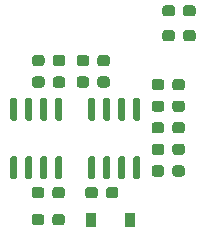
<source format=gbr>
G04 #@! TF.GenerationSoftware,KiCad,Pcbnew,(5.1.8)-1*
G04 #@! TF.CreationDate,2020-12-28T13:17:20-07:00*
G04 #@! TF.ProjectId,Moisture-Sensor,4d6f6973-7475-4726-952d-53656e736f72,rev?*
G04 #@! TF.SameCoordinates,Original*
G04 #@! TF.FileFunction,Paste,Top*
G04 #@! TF.FilePolarity,Positive*
%FSLAX46Y46*%
G04 Gerber Fmt 4.6, Leading zero omitted, Abs format (unit mm)*
G04 Created by KiCad (PCBNEW (5.1.8)-1) date 2020-12-28 13:17:20*
%MOMM*%
%LPD*%
G01*
G04 APERTURE LIST*
%ADD10R,0.900000X1.200000*%
G04 APERTURE END LIST*
G36*
G01*
X114974000Y-63668900D02*
X114974000Y-64143900D01*
G75*
G02*
X114736500Y-64381400I-237500J0D01*
G01*
X114161500Y-64381400D01*
G75*
G02*
X113924000Y-64143900I0J237500D01*
G01*
X113924000Y-63668900D01*
G75*
G02*
X114161500Y-63431400I237500J0D01*
G01*
X114736500Y-63431400D01*
G75*
G02*
X114974000Y-63668900I0J-237500D01*
G01*
G37*
G36*
G01*
X116724000Y-63668900D02*
X116724000Y-64143900D01*
G75*
G02*
X116486500Y-64381400I-237500J0D01*
G01*
X115911500Y-64381400D01*
G75*
G02*
X115674000Y-64143900I0J237500D01*
G01*
X115674000Y-63668900D01*
G75*
G02*
X115911500Y-63431400I237500J0D01*
G01*
X116486500Y-63431400D01*
G75*
G02*
X116724000Y-63668900I0J-237500D01*
G01*
G37*
G36*
G01*
X116724000Y-65497700D02*
X116724000Y-65972700D01*
G75*
G02*
X116486500Y-66210200I-237500J0D01*
G01*
X115911500Y-66210200D01*
G75*
G02*
X115674000Y-65972700I0J237500D01*
G01*
X115674000Y-65497700D01*
G75*
G02*
X115911500Y-65260200I237500J0D01*
G01*
X116486500Y-65260200D01*
G75*
G02*
X116724000Y-65497700I0J-237500D01*
G01*
G37*
G36*
G01*
X114974000Y-65497700D02*
X114974000Y-65972700D01*
G75*
G02*
X114736500Y-66210200I-237500J0D01*
G01*
X114161500Y-66210200D01*
G75*
G02*
X113924000Y-65972700I0J237500D01*
G01*
X113924000Y-65497700D01*
G75*
G02*
X114161500Y-65260200I237500J0D01*
G01*
X114736500Y-65260200D01*
G75*
G02*
X114974000Y-65497700I0J-237500D01*
G01*
G37*
G36*
G01*
X103764000Y-67801500D02*
X103764000Y-67326500D01*
G75*
G02*
X104001500Y-67089000I237500J0D01*
G01*
X104576500Y-67089000D01*
G75*
G02*
X104814000Y-67326500I0J-237500D01*
G01*
X104814000Y-67801500D01*
G75*
G02*
X104576500Y-68039000I-237500J0D01*
G01*
X104001500Y-68039000D01*
G75*
G02*
X103764000Y-67801500I0J237500D01*
G01*
G37*
G36*
G01*
X105514000Y-67801500D02*
X105514000Y-67326500D01*
G75*
G02*
X105751500Y-67089000I237500J0D01*
G01*
X106326500Y-67089000D01*
G75*
G02*
X106564000Y-67326500I0J-237500D01*
G01*
X106564000Y-67801500D01*
G75*
G02*
X106326500Y-68039000I-237500J0D01*
G01*
X105751500Y-68039000D01*
G75*
G02*
X105514000Y-67801500I0J237500D01*
G01*
G37*
G36*
G01*
X111102000Y-67326500D02*
X111102000Y-67801500D01*
G75*
G02*
X110864500Y-68039000I-237500J0D01*
G01*
X110289500Y-68039000D01*
G75*
G02*
X110052000Y-67801500I0J237500D01*
G01*
X110052000Y-67326500D01*
G75*
G02*
X110289500Y-67089000I237500J0D01*
G01*
X110864500Y-67089000D01*
G75*
G02*
X111102000Y-67326500I0J-237500D01*
G01*
G37*
G36*
G01*
X109352000Y-67326500D02*
X109352000Y-67801500D01*
G75*
G02*
X109114500Y-68039000I-237500J0D01*
G01*
X108539500Y-68039000D01*
G75*
G02*
X108302000Y-67801500I0J237500D01*
G01*
X108302000Y-67326500D01*
G75*
G02*
X108539500Y-67089000I237500J0D01*
G01*
X109114500Y-67089000D01*
G75*
G02*
X109352000Y-67326500I0J-237500D01*
G01*
G37*
G36*
G01*
X108624000Y-56150500D02*
X108624000Y-56625500D01*
G75*
G02*
X108386500Y-56863000I-237500J0D01*
G01*
X107811500Y-56863000D01*
G75*
G02*
X107574000Y-56625500I0J237500D01*
G01*
X107574000Y-56150500D01*
G75*
G02*
X107811500Y-55913000I237500J0D01*
G01*
X108386500Y-55913000D01*
G75*
G02*
X108624000Y-56150500I0J-237500D01*
G01*
G37*
G36*
G01*
X110374000Y-56150500D02*
X110374000Y-56625500D01*
G75*
G02*
X110136500Y-56863000I-237500J0D01*
G01*
X109561500Y-56863000D01*
G75*
G02*
X109324000Y-56625500I0J237500D01*
G01*
X109324000Y-56150500D01*
G75*
G02*
X109561500Y-55913000I237500J0D01*
G01*
X110136500Y-55913000D01*
G75*
G02*
X110374000Y-56150500I0J-237500D01*
G01*
G37*
G36*
G01*
X114832000Y-52412500D02*
X114832000Y-51937500D01*
G75*
G02*
X115069500Y-51700000I237500J0D01*
G01*
X115644500Y-51700000D01*
G75*
G02*
X115882000Y-51937500I0J-237500D01*
G01*
X115882000Y-52412500D01*
G75*
G02*
X115644500Y-52650000I-237500J0D01*
G01*
X115069500Y-52650000D01*
G75*
G02*
X114832000Y-52412500I0J237500D01*
G01*
G37*
G36*
G01*
X116582000Y-52412500D02*
X116582000Y-51937500D01*
G75*
G02*
X116819500Y-51700000I237500J0D01*
G01*
X117394500Y-51700000D01*
G75*
G02*
X117632000Y-51937500I0J-237500D01*
G01*
X117632000Y-52412500D01*
G75*
G02*
X117394500Y-52650000I-237500J0D01*
G01*
X116819500Y-52650000D01*
G75*
G02*
X116582000Y-52412500I0J237500D01*
G01*
G37*
D10*
X108752000Y-69850000D03*
X112052000Y-69850000D03*
G36*
G01*
X114832000Y-54512500D02*
X114832000Y-54037500D01*
G75*
G02*
X115069500Y-53800000I237500J0D01*
G01*
X115644500Y-53800000D01*
G75*
G02*
X115882000Y-54037500I0J-237500D01*
G01*
X115882000Y-54512500D01*
G75*
G02*
X115644500Y-54750000I-237500J0D01*
G01*
X115069500Y-54750000D01*
G75*
G02*
X114832000Y-54512500I0J237500D01*
G01*
G37*
G36*
G01*
X116582000Y-54512500D02*
X116582000Y-54037500D01*
G75*
G02*
X116819500Y-53800000I237500J0D01*
G01*
X117394500Y-53800000D01*
G75*
G02*
X117632000Y-54037500I0J-237500D01*
G01*
X117632000Y-54512500D01*
G75*
G02*
X117394500Y-54750000I-237500J0D01*
G01*
X116819500Y-54750000D01*
G75*
G02*
X116582000Y-54512500I0J237500D01*
G01*
G37*
G36*
G01*
X105548000Y-56625500D02*
X105548000Y-56150500D01*
G75*
G02*
X105785500Y-55913000I237500J0D01*
G01*
X106360500Y-55913000D01*
G75*
G02*
X106598000Y-56150500I0J-237500D01*
G01*
X106598000Y-56625500D01*
G75*
G02*
X106360500Y-56863000I-237500J0D01*
G01*
X105785500Y-56863000D01*
G75*
G02*
X105548000Y-56625500I0J237500D01*
G01*
G37*
G36*
G01*
X103798000Y-56625500D02*
X103798000Y-56150500D01*
G75*
G02*
X104035500Y-55913000I237500J0D01*
G01*
X104610500Y-55913000D01*
G75*
G02*
X104848000Y-56150500I0J-237500D01*
G01*
X104848000Y-56625500D01*
G75*
G02*
X104610500Y-56863000I-237500J0D01*
G01*
X104035500Y-56863000D01*
G75*
G02*
X103798000Y-56625500I0J237500D01*
G01*
G37*
G36*
G01*
X103798000Y-58442500D02*
X103798000Y-57967500D01*
G75*
G02*
X104035500Y-57730000I237500J0D01*
G01*
X104610500Y-57730000D01*
G75*
G02*
X104848000Y-57967500I0J-237500D01*
G01*
X104848000Y-58442500D01*
G75*
G02*
X104610500Y-58680000I-237500J0D01*
G01*
X104035500Y-58680000D01*
G75*
G02*
X103798000Y-58442500I0J237500D01*
G01*
G37*
G36*
G01*
X105548000Y-58442500D02*
X105548000Y-57967500D01*
G75*
G02*
X105785500Y-57730000I237500J0D01*
G01*
X106360500Y-57730000D01*
G75*
G02*
X106598000Y-57967500I0J-237500D01*
G01*
X106598000Y-58442500D01*
G75*
G02*
X106360500Y-58680000I-237500J0D01*
G01*
X105785500Y-58680000D01*
G75*
G02*
X105548000Y-58442500I0J237500D01*
G01*
G37*
G36*
G01*
X114974000Y-60011300D02*
X114974000Y-60486300D01*
G75*
G02*
X114736500Y-60723800I-237500J0D01*
G01*
X114161500Y-60723800D01*
G75*
G02*
X113924000Y-60486300I0J237500D01*
G01*
X113924000Y-60011300D01*
G75*
G02*
X114161500Y-59773800I237500J0D01*
G01*
X114736500Y-59773800D01*
G75*
G02*
X114974000Y-60011300I0J-237500D01*
G01*
G37*
G36*
G01*
X116724000Y-60011300D02*
X116724000Y-60486300D01*
G75*
G02*
X116486500Y-60723800I-237500J0D01*
G01*
X115911500Y-60723800D01*
G75*
G02*
X115674000Y-60486300I0J237500D01*
G01*
X115674000Y-60011300D01*
G75*
G02*
X115911500Y-59773800I237500J0D01*
G01*
X116486500Y-59773800D01*
G75*
G02*
X116724000Y-60011300I0J-237500D01*
G01*
G37*
G36*
G01*
X116724000Y-61840100D02*
X116724000Y-62315100D01*
G75*
G02*
X116486500Y-62552600I-237500J0D01*
G01*
X115911500Y-62552600D01*
G75*
G02*
X115674000Y-62315100I0J237500D01*
G01*
X115674000Y-61840100D01*
G75*
G02*
X115911500Y-61602600I237500J0D01*
G01*
X116486500Y-61602600D01*
G75*
G02*
X116724000Y-61840100I0J-237500D01*
G01*
G37*
G36*
G01*
X114974000Y-61840100D02*
X114974000Y-62315100D01*
G75*
G02*
X114736500Y-62552600I-237500J0D01*
G01*
X114161500Y-62552600D01*
G75*
G02*
X113924000Y-62315100I0J237500D01*
G01*
X113924000Y-61840100D01*
G75*
G02*
X114161500Y-61602600I237500J0D01*
G01*
X114736500Y-61602600D01*
G75*
G02*
X114974000Y-61840100I0J-237500D01*
G01*
G37*
G36*
G01*
X109324000Y-58442500D02*
X109324000Y-57967500D01*
G75*
G02*
X109561500Y-57730000I237500J0D01*
G01*
X110136500Y-57730000D01*
G75*
G02*
X110374000Y-57967500I0J-237500D01*
G01*
X110374000Y-58442500D01*
G75*
G02*
X110136500Y-58680000I-237500J0D01*
G01*
X109561500Y-58680000D01*
G75*
G02*
X109324000Y-58442500I0J237500D01*
G01*
G37*
G36*
G01*
X107574000Y-58442500D02*
X107574000Y-57967500D01*
G75*
G02*
X107811500Y-57730000I237500J0D01*
G01*
X108386500Y-57730000D01*
G75*
G02*
X108624000Y-57967500I0J-237500D01*
G01*
X108624000Y-58442500D01*
G75*
G02*
X108386500Y-58680000I-237500J0D01*
G01*
X107811500Y-58680000D01*
G75*
G02*
X107574000Y-58442500I0J237500D01*
G01*
G37*
G36*
G01*
X115674000Y-58657500D02*
X115674000Y-58182500D01*
G75*
G02*
X115911500Y-57945000I237500J0D01*
G01*
X116486500Y-57945000D01*
G75*
G02*
X116724000Y-58182500I0J-237500D01*
G01*
X116724000Y-58657500D01*
G75*
G02*
X116486500Y-58895000I-237500J0D01*
G01*
X115911500Y-58895000D01*
G75*
G02*
X115674000Y-58657500I0J237500D01*
G01*
G37*
G36*
G01*
X113924000Y-58657500D02*
X113924000Y-58182500D01*
G75*
G02*
X114161500Y-57945000I237500J0D01*
G01*
X114736500Y-57945000D01*
G75*
G02*
X114974000Y-58182500I0J-237500D01*
G01*
X114974000Y-58657500D01*
G75*
G02*
X114736500Y-58895000I-237500J0D01*
G01*
X114161500Y-58895000D01*
G75*
G02*
X113924000Y-58657500I0J237500D01*
G01*
G37*
G36*
G01*
X106564000Y-69612500D02*
X106564000Y-70087500D01*
G75*
G02*
X106326500Y-70325000I-237500J0D01*
G01*
X105751500Y-70325000D01*
G75*
G02*
X105514000Y-70087500I0J237500D01*
G01*
X105514000Y-69612500D01*
G75*
G02*
X105751500Y-69375000I237500J0D01*
G01*
X106326500Y-69375000D01*
G75*
G02*
X106564000Y-69612500I0J-237500D01*
G01*
G37*
G36*
G01*
X104814000Y-69612500D02*
X104814000Y-70087500D01*
G75*
G02*
X104576500Y-70325000I-237500J0D01*
G01*
X104001500Y-70325000D01*
G75*
G02*
X103764000Y-70087500I0J237500D01*
G01*
X103764000Y-69612500D01*
G75*
G02*
X104001500Y-69375000I237500J0D01*
G01*
X104576500Y-69375000D01*
G75*
G02*
X104814000Y-69612500I0J-237500D01*
G01*
G37*
G36*
G01*
X105903000Y-59542000D02*
X106203000Y-59542000D01*
G75*
G02*
X106353000Y-59692000I0J-150000D01*
G01*
X106353000Y-61342000D01*
G75*
G02*
X106203000Y-61492000I-150000J0D01*
G01*
X105903000Y-61492000D01*
G75*
G02*
X105753000Y-61342000I0J150000D01*
G01*
X105753000Y-59692000D01*
G75*
G02*
X105903000Y-59542000I150000J0D01*
G01*
G37*
G36*
G01*
X104633000Y-59542000D02*
X104933000Y-59542000D01*
G75*
G02*
X105083000Y-59692000I0J-150000D01*
G01*
X105083000Y-61342000D01*
G75*
G02*
X104933000Y-61492000I-150000J0D01*
G01*
X104633000Y-61492000D01*
G75*
G02*
X104483000Y-61342000I0J150000D01*
G01*
X104483000Y-59692000D01*
G75*
G02*
X104633000Y-59542000I150000J0D01*
G01*
G37*
G36*
G01*
X103363000Y-59542000D02*
X103663000Y-59542000D01*
G75*
G02*
X103813000Y-59692000I0J-150000D01*
G01*
X103813000Y-61342000D01*
G75*
G02*
X103663000Y-61492000I-150000J0D01*
G01*
X103363000Y-61492000D01*
G75*
G02*
X103213000Y-61342000I0J150000D01*
G01*
X103213000Y-59692000D01*
G75*
G02*
X103363000Y-59542000I150000J0D01*
G01*
G37*
G36*
G01*
X102093000Y-59542000D02*
X102393000Y-59542000D01*
G75*
G02*
X102543000Y-59692000I0J-150000D01*
G01*
X102543000Y-61342000D01*
G75*
G02*
X102393000Y-61492000I-150000J0D01*
G01*
X102093000Y-61492000D01*
G75*
G02*
X101943000Y-61342000I0J150000D01*
G01*
X101943000Y-59692000D01*
G75*
G02*
X102093000Y-59542000I150000J0D01*
G01*
G37*
G36*
G01*
X102093000Y-64492000D02*
X102393000Y-64492000D01*
G75*
G02*
X102543000Y-64642000I0J-150000D01*
G01*
X102543000Y-66292000D01*
G75*
G02*
X102393000Y-66442000I-150000J0D01*
G01*
X102093000Y-66442000D01*
G75*
G02*
X101943000Y-66292000I0J150000D01*
G01*
X101943000Y-64642000D01*
G75*
G02*
X102093000Y-64492000I150000J0D01*
G01*
G37*
G36*
G01*
X103363000Y-64492000D02*
X103663000Y-64492000D01*
G75*
G02*
X103813000Y-64642000I0J-150000D01*
G01*
X103813000Y-66292000D01*
G75*
G02*
X103663000Y-66442000I-150000J0D01*
G01*
X103363000Y-66442000D01*
G75*
G02*
X103213000Y-66292000I0J150000D01*
G01*
X103213000Y-64642000D01*
G75*
G02*
X103363000Y-64492000I150000J0D01*
G01*
G37*
G36*
G01*
X104633000Y-64492000D02*
X104933000Y-64492000D01*
G75*
G02*
X105083000Y-64642000I0J-150000D01*
G01*
X105083000Y-66292000D01*
G75*
G02*
X104933000Y-66442000I-150000J0D01*
G01*
X104633000Y-66442000D01*
G75*
G02*
X104483000Y-66292000I0J150000D01*
G01*
X104483000Y-64642000D01*
G75*
G02*
X104633000Y-64492000I150000J0D01*
G01*
G37*
G36*
G01*
X105903000Y-64492000D02*
X106203000Y-64492000D01*
G75*
G02*
X106353000Y-64642000I0J-150000D01*
G01*
X106353000Y-66292000D01*
G75*
G02*
X106203000Y-66442000I-150000J0D01*
G01*
X105903000Y-66442000D01*
G75*
G02*
X105753000Y-66292000I0J150000D01*
G01*
X105753000Y-64642000D01*
G75*
G02*
X105903000Y-64492000I150000J0D01*
G01*
G37*
G36*
G01*
X112507000Y-64492000D02*
X112807000Y-64492000D01*
G75*
G02*
X112957000Y-64642000I0J-150000D01*
G01*
X112957000Y-66292000D01*
G75*
G02*
X112807000Y-66442000I-150000J0D01*
G01*
X112507000Y-66442000D01*
G75*
G02*
X112357000Y-66292000I0J150000D01*
G01*
X112357000Y-64642000D01*
G75*
G02*
X112507000Y-64492000I150000J0D01*
G01*
G37*
G36*
G01*
X111237000Y-64492000D02*
X111537000Y-64492000D01*
G75*
G02*
X111687000Y-64642000I0J-150000D01*
G01*
X111687000Y-66292000D01*
G75*
G02*
X111537000Y-66442000I-150000J0D01*
G01*
X111237000Y-66442000D01*
G75*
G02*
X111087000Y-66292000I0J150000D01*
G01*
X111087000Y-64642000D01*
G75*
G02*
X111237000Y-64492000I150000J0D01*
G01*
G37*
G36*
G01*
X109967000Y-64492000D02*
X110267000Y-64492000D01*
G75*
G02*
X110417000Y-64642000I0J-150000D01*
G01*
X110417000Y-66292000D01*
G75*
G02*
X110267000Y-66442000I-150000J0D01*
G01*
X109967000Y-66442000D01*
G75*
G02*
X109817000Y-66292000I0J150000D01*
G01*
X109817000Y-64642000D01*
G75*
G02*
X109967000Y-64492000I150000J0D01*
G01*
G37*
G36*
G01*
X108697000Y-64492000D02*
X108997000Y-64492000D01*
G75*
G02*
X109147000Y-64642000I0J-150000D01*
G01*
X109147000Y-66292000D01*
G75*
G02*
X108997000Y-66442000I-150000J0D01*
G01*
X108697000Y-66442000D01*
G75*
G02*
X108547000Y-66292000I0J150000D01*
G01*
X108547000Y-64642000D01*
G75*
G02*
X108697000Y-64492000I150000J0D01*
G01*
G37*
G36*
G01*
X108697000Y-59542000D02*
X108997000Y-59542000D01*
G75*
G02*
X109147000Y-59692000I0J-150000D01*
G01*
X109147000Y-61342000D01*
G75*
G02*
X108997000Y-61492000I-150000J0D01*
G01*
X108697000Y-61492000D01*
G75*
G02*
X108547000Y-61342000I0J150000D01*
G01*
X108547000Y-59692000D01*
G75*
G02*
X108697000Y-59542000I150000J0D01*
G01*
G37*
G36*
G01*
X109967000Y-59542000D02*
X110267000Y-59542000D01*
G75*
G02*
X110417000Y-59692000I0J-150000D01*
G01*
X110417000Y-61342000D01*
G75*
G02*
X110267000Y-61492000I-150000J0D01*
G01*
X109967000Y-61492000D01*
G75*
G02*
X109817000Y-61342000I0J150000D01*
G01*
X109817000Y-59692000D01*
G75*
G02*
X109967000Y-59542000I150000J0D01*
G01*
G37*
G36*
G01*
X111237000Y-59542000D02*
X111537000Y-59542000D01*
G75*
G02*
X111687000Y-59692000I0J-150000D01*
G01*
X111687000Y-61342000D01*
G75*
G02*
X111537000Y-61492000I-150000J0D01*
G01*
X111237000Y-61492000D01*
G75*
G02*
X111087000Y-61342000I0J150000D01*
G01*
X111087000Y-59692000D01*
G75*
G02*
X111237000Y-59542000I150000J0D01*
G01*
G37*
G36*
G01*
X112507000Y-59542000D02*
X112807000Y-59542000D01*
G75*
G02*
X112957000Y-59692000I0J-150000D01*
G01*
X112957000Y-61342000D01*
G75*
G02*
X112807000Y-61492000I-150000J0D01*
G01*
X112507000Y-61492000D01*
G75*
G02*
X112357000Y-61342000I0J150000D01*
G01*
X112357000Y-59692000D01*
G75*
G02*
X112507000Y-59542000I150000J0D01*
G01*
G37*
M02*

</source>
